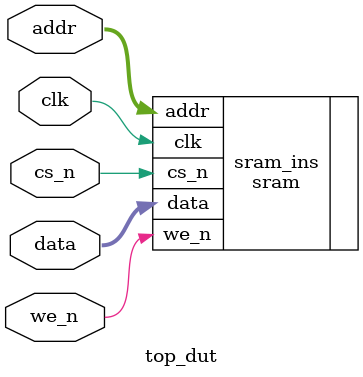
<source format=v>

module top_dut(
              clk,
              addr,
              data,
              we_n,
              cs_n
              );
input clk;
input [31:0] addr;
input we_n;
input cs_n;

inout [31:0] data;

sram sram_ins (.clk(clk),
               .addr(addr),
               .we_n(we_n),
               .cs_n(cs_n),
               .data(data)
              );

endmodule 

</source>
